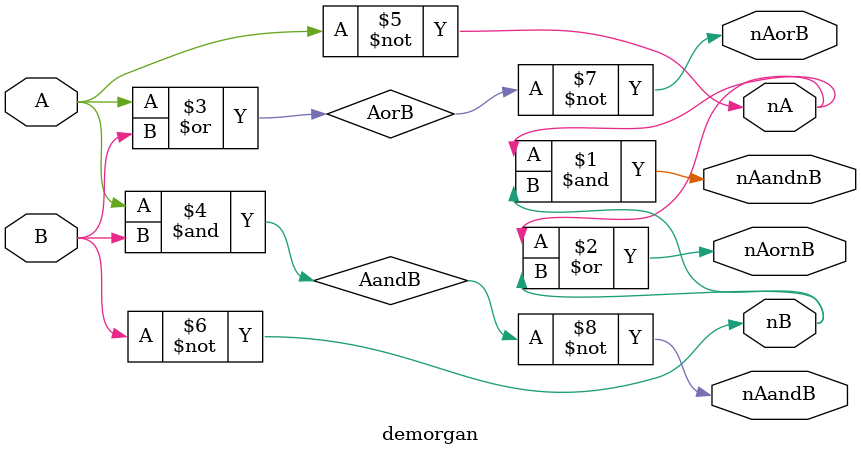
<source format=v>
module demorgan
(
  input  A,          // Single bit inputs
  input  B,
  output nA,         // Output intermediate complemented inputs
  output nB,
  output nAandnB,    // Single bit output, (~A)*(~B)
  output nAorB,      // Single bit output, ~(A + B)
  output nAornB,     // Single bit output, (~A) + (~B)
  output nAandB      // Single bit output, ~(A * B)
);

  wire nA;
  wire nB;
  not Ainv(nA, A);  	// Top inverter is named Ainv, takes signal A as input and produces signal nA
  not Binv(nB, B);
  and andgate(nAandnB, nA, nB); 	// AND gate produces nAandnB from nA and nB
  or orgate(nAornB, nA, nB); 	    // OR gate produces nAornB from nA and nB

  wire AorB;
  or orgate(AorB, A, B); 	// OR gate produces nAornB from nA and nB
  not AorBinv(nAorB, AorB);  // Inverter is named AorBinv, takes signal AorB as input and produces signal nAorB

  wire AandB;
  and andgate(AandB, A, B); 	// AND gate produces AandB from A and B
  not AandBinv(nAandB, AandB);  // Inverter is named AandBinv, takes signal AandB as input and produces signal nAandB

endmodule

</source>
